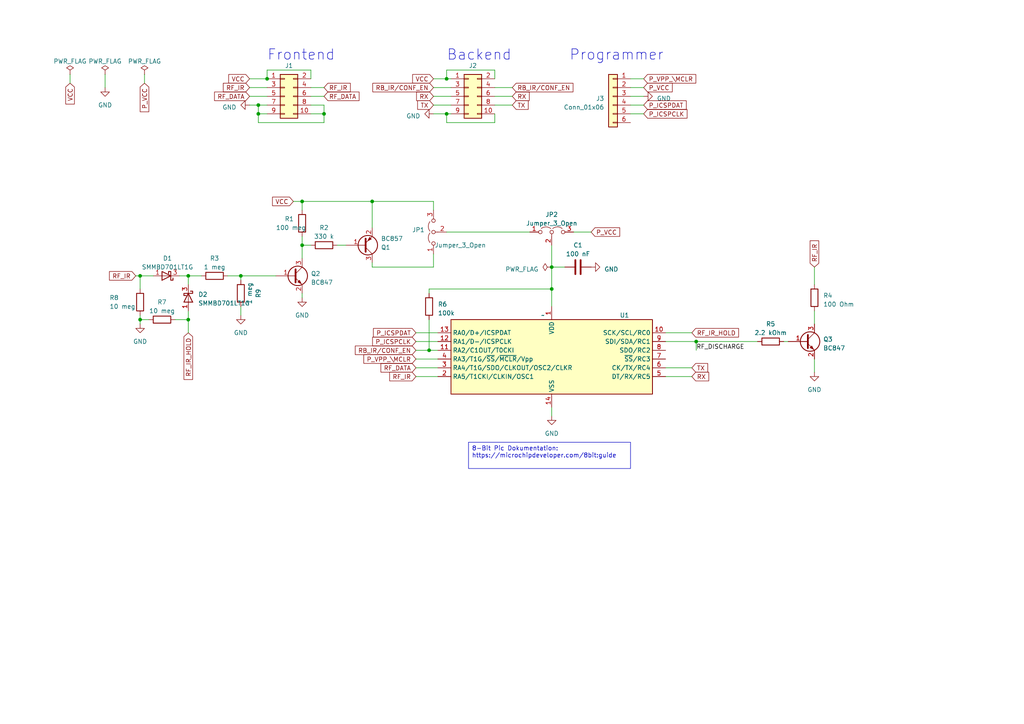
<source format=kicad_sch>
(kicad_sch (version 20230121) (generator eeschema)
  (paper "A4")
  (title_block (title "WUR Backend") (rev "v1.1"))
  (lib_symbols
    (symbol "Connector_Generic:Conn_01x06" (pin_names (offset 1.016) hide)
      (property "Reference" "J" (at 0 7.62 0))
      (property "Value" "Conn_01x06" (at 0 -10.16 0))
      (symbol "Conn_01x06_1_1"
        (rectangle (start -1.27 -7.493) (end 0 -7.747) (stroke (width 0.1524)))
        (rectangle (start -1.27 -4.953) (end 0 -5.207) (stroke (width 0.1524)))
        (rectangle (start -1.27 -2.413) (end 0 -2.667) (stroke (width 0.1524)))
        (rectangle (start -1.27 0.127) (end 0 -0.127) (stroke (width 0.1524)))
        (rectangle (start -1.27 2.667) (end 0 2.413) (stroke (width 0.1524)))
        (rectangle (start -1.27 5.207) (end 0 4.953) (stroke (width 0.1524)))
        (rectangle (start -1.27 6.35) (end 1.27 -8.89) (stroke (width 0.254)) (fill (type background)))
        (pin passive line (at -5.08 5.08 0) (length 3.81) (name "Pin_1") (number "1"))
        (pin passive line (at -5.08 2.54 0) (length 3.81) (name "Pin_2") (number "2"))
        (pin passive line (at -5.08 0 0) (length 3.81) (name "Pin_3") (number "3"))
        (pin passive line (at -5.08 -2.54 0) (length 3.81) (name "Pin_4") (number "4"))
        (pin passive line (at -5.08 -5.08 0) (length 3.81) (name "Pin_5") (number "5"))
        (pin passive line (at -5.08 -7.62 0) (length 3.81) (name "Pin_6") (number "6"))
      )
    )
    (symbol "Connector_Generic:Conn_02x05_Odd_Even" (pin_names (offset 1.016) hide)
      (property "Reference" "J" (at 1.27 7.62 0))
      (property "Value" "Conn_02x05_Odd_Even" (at 1.27 -7.62 0))
      (symbol "Conn_02x05_Odd_Even_1_1"
        (rectangle (start -1.27 -4.953) (end 0 -5.207) (stroke (width 0.1524)))
        (rectangle (start -1.27 -2.413) (end 0 -2.667) (stroke (width 0.1524)))
        (rectangle (start -1.27 0.127) (end 0 -0.127) (stroke (width 0.1524)))
        (rectangle (start -1.27 2.667) (end 0 2.413) (stroke (width 0.1524)))
        (rectangle (start -1.27 5.207) (end 0 4.953) (stroke (width 0.1524)))
        (rectangle (start -1.27 6.35) (end 3.81 -6.35) (stroke (width 0.254)) (fill (type background)))
        (rectangle (start 3.81 -4.953) (end 2.54 -5.207) (stroke (width 0.1524)))
        (rectangle (start 3.81 -2.413) (end 2.54 -2.667) (stroke (width 0.1524)))
        (rectangle (start 3.81 0.127) (end 2.54 -0.127) (stroke (width 0.1524)))
        (rectangle (start 3.81 2.667) (end 2.54 2.413) (stroke (width 0.1524)))
        (rectangle (start 3.81 5.207) (end 2.54 4.953) (stroke (width 0.1524)))
        (pin passive line (at -5.08 5.08 0) (length 3.81) (name "Pin_1") (number "1"))
        (pin passive line (at 7.62 -5.08 180) (length 3.81) (name "Pin_10") (number "10"))
        (pin passive line (at 7.62 5.08 180) (length 3.81) (name "Pin_2") (number "2"))
        (pin passive line (at -5.08 2.54 0) (length 3.81) (name "Pin_3") (number "3"))
        (pin passive line (at 7.62 2.54 180) (length 3.81) (name "Pin_4") (number "4"))
        (pin passive line (at -5.08 0 0) (length 3.81) (name "Pin_5") (number "5"))
        (pin passive line (at 7.62 0 180) (length 3.81) (name "Pin_6") (number "6"))
        (pin passive line (at -5.08 -2.54 0) (length 3.81) (name "Pin_7") (number "7"))
        (pin passive line (at 7.62 -2.54 180) (length 3.81) (name "Pin_8") (number "8"))
        (pin passive line (at -5.08 -5.08 0) (length 3.81) (name "Pin_9") (number "9"))
      )
    )
    (symbol "Device:C" (pin_numbers hide) (pin_names (offset 0.254))
      (property "Reference" "C" (at 0.635 2.54 0))
      (property "Value" "C" (at 0.635 -2.54 0))
      (symbol "C_0_1"
        (polyline (pts (xy -2.032 -0.762) (xy 2.032 -0.762)) (stroke (width 0.508)))
        (polyline (pts (xy -2.032 0.762) (xy 2.032 0.762)) (stroke (width 0.508)))
      )
      (symbol "C_1_1"
        (pin passive line (at 0 3.81 270) (length 2.794) (name "~") (number "1"))
        (pin passive line (at 0 -3.81 90) (length 2.794) (name "~") (number "2"))
      )
    )
    (symbol "Device:R" (pin_numbers hide) (pin_names (offset 0))
      (property "Reference" "R" (at 2.032 0 90))
      (property "Value" "R" (at 0 0 90))
      (symbol "R_0_1"
        (rectangle (start -1.016 -2.54) (end 1.016 2.54) (stroke (width 0.254)))
      )
      (symbol "R_1_1"
        (pin passive line (at 0 3.81 270) (length 1.27) (name "~") (number "1"))
        (pin passive line (at 0 -3.81 90) (length 1.27) (name "~") (number "2"))
      )
    )
    (symbol "Jumper:Jumper_3_Open" (pin_names (offset 0) hide)
      (property "Reference" "JP" (at -2.54 -2.54 0))
      (property "Value" "Jumper_3_Open" (at 0 2.794 0))
      (symbol "Jumper_3_Open_0_0"
        (circle (center -3.302 0) (radius 0.508))
        (circle (center 0 0) (radius 0.508))
        (circle (center 3.302 0) (radius 0.508))
      )
      (symbol "Jumper_3_Open_0_1"
        (arc (start -0.254 1.016) (mid -1.651 1.4992) (end -3.048 1.016))
        (polyline (pts (xy 0 -0.508) (xy 0 -1.27)))
        (arc (start 3.048 1.016) (mid 1.651 1.4992) (end 0.254 1.016))
      )
      (symbol "Jumper_3_Open_1_1"
        (pin passive line (at -6.35 0 0) (length 2.54) (name "A") (number "1"))
        (pin passive line (at 0 -3.81 90) (length 2.54) (name "C") (number "2"))
        (pin passive line (at 6.35 0 180) (length 2.54) (name "B") (number "3"))
      )
    )
    (symbol "Transistor_BJT:BC847" (pin_names (offset 0) hide)
      (property "Reference" "Q" (at 5.08 1.905 0))
      (property "Value" "BC847" (at 5.08 0 0))
      (symbol "BC847_0_1"
        (polyline (pts (xy 0.635 0.635) (xy 2.54 2.54)))
        (polyline (pts (xy 0.635 -0.635) (xy 2.54 -2.54) (xy 2.54 -2.54)))
        (polyline (pts (xy 0.635 1.905) (xy 0.635 -1.905) (xy 0.635 -1.905)) (stroke (width 0.508)))
        (polyline (pts (xy 1.27 -1.778) (xy 1.778 -1.27) (xy 2.286 -2.286) (xy 1.27 -1.778) (xy 1.27 -1.778)) (fill (type outline)))
        (circle (center 1.27 0) (radius 2.8194) (stroke (width 0.254)))
      )
      (symbol "BC847_1_1"
        (pin input line (at -5.08 0 0) (length 5.715) (name "B") (number "1"))
        (pin passive line (at 2.54 -5.08 90) (length 2.54) (name "E") (number "2"))
        (pin passive line (at 2.54 5.08 270) (length 2.54) (name "C") (number "3"))
      )
    )
    (symbol "Transistor_BJT:BC857" (pin_names (offset 0) hide)
      (property "Reference" "Q" (at 5.08 1.905 0))
      (property "Value" "BC857" (at 5.08 0 0))
      (symbol "BC857_0_1"
        (polyline (pts (xy 0.635 0.635) (xy 2.54 2.54)))
        (polyline (pts (xy 0.635 -0.635) (xy 2.54 -2.54) (xy 2.54 -2.54)))
        (polyline (pts (xy 0.635 1.905) (xy 0.635 -1.905) (xy 0.635 -1.905)) (stroke (width 0.508)))
        (polyline (pts (xy 2.286 -1.778) (xy 1.778 -2.286) (xy 1.27 -1.27) (xy 2.286 -1.778) (xy 2.286 -1.778)) (fill (type outline)))
        (circle (center 1.27 0) (radius 2.8194) (stroke (width 0.254)))
      )
      (symbol "BC857_1_1"
        (pin input line (at -5.08 0 0) (length 5.715) (name "B") (number "1"))
        (pin passive line (at 2.54 -5.08 90) (length 2.54) (name "E") (number "2"))
        (pin passive line (at 2.54 5.08 270) (length 2.54) (name "C") (number "3"))
      )
    )
    (symbol "power:GND" (power) (pin_names (offset 0))
      (property "Value" "GND" (at 0 -3.81 0))
      (symbol "GND_0_1"
        (polyline (pts (xy 0 0) (xy 0 -1.27) (xy 1.27 -1.27) (xy 0 -2.54) (xy -1.27 -1.27) (xy 0 -1.27)))
      )
      (symbol "GND_1_1"
        (pin power_in line (at 0 0 270) (length 0) hide (name "GND") (number "1"))
      )
    )
    (symbol "power:PWR_FLAG" (power) (pin_numbers hide) (pin_names (offset 0) hide)
      (property "Value" "PWR_FLAG" (at 0 3.81 0))
      (symbol "PWR_FLAG_0_0"
        (pin power_out line (at 0 0 90) (length 0) (name "pwr") (number "1"))
      )
      (symbol "PWR_FLAG_0_1"
        (polyline (pts (xy 0 0) (xy 0 1.27) (xy -1.016 1.905) (xy 0 2.54) (xy 1.016 1.905) (xy 0 1.27)))
      )
    )
    (symbol "wur:PIC16LF1823"
      (property "Reference" "U" (at 0 0 0))
      (symbol "PIC16LF1823_0_1"
        (rectangle (start -26.67 -1.27) (end 31.75 -22.86) (stroke (width 0.254)) (fill (type background)))
      )
      (symbol "PIC16LF1823_1_1"
        (pin power_in line (at 2.54 2.54 270) (length 3.81) (name "VDD") (number "1"))
        (pin bidirectional line (at 35.56 -5.08 180) (length 3.81) (name "SCK/SCL/RC0") (number "10"))
        (pin bidirectional line (at -30.48 -10.16 0) (length 3.81) (name "RA2/C1OUT/T0CKI") (number "11"))
        (pin bidirectional line (at -30.48 -7.62 0) (length 3.81) (name "RA1/D-/ICSPCLK") (number "12"))
        (pin bidirectional line (at -30.48 -5.08 0) (length 3.81) (name "RA0/D+/ICSPDAT") (number "13"))
        (pin power_in line (at 2.54 -26.67 90) (length 3.81) (name "VSS") (number "14"))
        (pin bidirectional line (at -30.48 -17.78 0) (length 3.81) (name "RA5/T1CKI/CLKIN/OSC1") (number "2"))
        (pin bidirectional line (at -30.48 -15.24 0) (length 3.81) (name "RA4/T1G/SDO/CLKOUT/OSC2/CLKR") (number "3"))
        (pin input line (at -30.48 -12.7 0) (length 3.81) (name "RA3/T1G/~{SS}/~{MCLR}/Vpp") (number "4"))
        (pin bidirectional line (at 35.56 -17.78 180) (length 3.81) (name "DT/RX/RC5") (number "5"))
        (pin bidirectional line (at 35.56 -15.24 180) (length 3.81) (name "CK/TX/RC4") (number "6"))
        (pin bidirectional line (at 35.56 -12.7 180) (length 3.81) (name "~{SS}/RC3") (number "7"))
        (pin bidirectional line (at 35.56 -10.16 180) (length 3.81) (name "SDO/RC2") (number "8"))
        (pin bidirectional line (at 35.56 -7.62 180) (length 3.81) (name "SDI/SDA/RC1") (number "9"))
      )
    )
    (symbol "wur:SMMBD701LT1G"
      (property "Reference" "D" (at 0 2.54 0))
      (property "Value" "SMMBD701LT1G" (at -1.27 5.08 0))
      (symbol "SMMBD701LT1G_0_1"
        (polyline (pts (xy 1.27 0) (xy -1.27 0)))
        (polyline (pts (xy 1.27 1.27) (xy 1.27 -1.27) (xy -1.27 0) (xy 1.27 1.27)) (stroke (width 0.254)))
        (polyline (pts (xy -1.905 0.635) (xy -1.905 1.27) (xy -1.27 1.27) (xy -1.27 -1.27) (xy -0.635 -1.27) (xy -0.635 -0.635)) (stroke (width 0.254)))
      )
      (symbol "SMMBD701LT1G_1_1"
        (pin passive line (at 3.81 0 180) (length 2.54) (name "~") (number "1"))
        (pin passive line (at -3.81 0 0) (length 2.54) (name "~") (number "3"))
      )
    )
  )
  (junction (at 160.02 77.47))
  (junction (at 54.61 80.01))
  (junction (at 40.64 80.01))
  (junction (at 69.85 80.01))
  (junction (at 54.61 92.71))
  (junction (at 129.54 22.86))
  (junction (at 87.63 71.12))
  (junction (at 107.95 58.42))
  (junction (at 74.93 30.48))
  (junction (at 40.64 92.71))
  (junction (at 74.93 33.02))
  (junction (at 201.93 99.06))
  (junction (at 87.63 58.42))
  (junction (at 124.46 101.6))
  (junction (at 160.02 83.82))
  (junction (at 93.98 33.02))
  (junction (at 77.47 22.86))
  (junction (at 129.54 33.02))
  (wire (pts (xy 39.37 80.01) (xy 40.64 80.01)))
  (wire (pts (xy 93.98 33.02) (xy 93.98 35.56)))
  (wire (pts (xy 129.54 22.86) (xy 129.54 20.32)))
  (wire (pts (xy 125.73 25.4) (xy 130.81 25.4)))
  (wire (pts (xy 160.02 83.82) (xy 160.02 88.9)))
  (wire (pts (xy 40.64 80.01) (xy 44.45 80.01)))
  (wire (pts (xy 129.54 33.02) (xy 130.81 33.02)))
  (wire (pts (xy 30.48 21.59) (xy 30.48 25.4)))
  (wire (pts (xy 40.64 91.44) (xy 40.64 92.71)))
  (wire (pts (xy 69.85 88.9) (xy 69.85 91.44)))
  (wire (pts (xy 54.61 90.17) (xy 54.61 92.71)))
  (wire (pts (xy 74.93 33.02) (xy 74.93 35.56)))
  (wire (pts (xy 93.98 35.56) (xy 74.93 35.56)))
  (wire (pts (xy 125.73 77.47) (xy 107.95 77.47)))
  (wire (pts (xy 107.95 66.04) (xy 107.95 58.42)))
  (wire (pts (xy 125.73 30.48) (xy 130.81 30.48)))
  (wire (pts (xy 193.04 109.22) (xy 200.66 109.22)))
  (wire (pts (xy 74.93 30.48) (xy 74.93 33.02)))
  (wire (pts (xy 124.46 92.71) (xy 124.46 101.6)))
  (wire (pts (xy 72.39 30.48) (xy 74.93 30.48)))
  (wire (pts (xy 143.51 20.32) (xy 143.51 22.86)))
  (wire (pts (xy 120.65 109.22) (xy 127 109.22)))
  (wire (pts (xy 40.64 92.71) (xy 40.64 93.98)))
  (wire (pts (xy 193.04 96.52) (xy 200.66 96.52)))
  (wire (pts (xy 97.79 71.12) (xy 100.33 71.12)))
  (wire (pts (xy 87.63 71.12) (xy 90.17 71.12)))
  (wire (pts (xy 54.61 92.71) (xy 54.61 96.52)))
  (wire (pts (xy 120.65 101.6) (xy 124.46 101.6)))
  (wire (pts (xy 182.88 30.48) (xy 186.69 30.48)))
  (wire (pts (xy 129.54 33.02) (xy 129.54 35.56)))
  (wire (pts (xy 90.17 30.48) (xy 93.98 30.48)))
  (wire (pts (xy 120.65 106.68) (xy 127 106.68)))
  (wire (pts (xy 72.39 22.86) (xy 77.47 22.86)))
  (wire (pts (xy 227.33 99.06) (xy 228.6 99.06)))
  (wire (pts (xy 124.46 83.82) (xy 124.46 85.09)))
  (wire (pts (xy 87.63 85.09) (xy 87.63 86.36)))
  (wire (pts (xy 193.04 106.68) (xy 200.66 106.68)))
  (wire (pts (xy 54.61 80.01) (xy 58.42 80.01)))
  (wire (pts (xy 87.63 68.58) (xy 87.63 71.12)))
  (wire (pts (xy 129.54 22.86) (xy 130.81 22.86)))
  (wire (pts (xy 160.02 120.65) (xy 160.02 118.11)))
  (wire (pts (xy 160.02 71.12) (xy 160.02 77.47)))
  (wire (pts (xy 143.51 35.56) (xy 129.54 35.56)))
  (wire (pts (xy 143.51 30.48) (xy 148.59 30.48)))
  (wire (pts (xy 124.46 101.6) (xy 127 101.6)))
  (wire (pts (xy 201.93 99.06) (xy 201.93 101.6)))
  (wire (pts (xy 182.88 27.94) (xy 186.69 27.94)))
  (wire (pts (xy 129.54 20.32) (xy 143.51 20.32)))
  (wire (pts (xy 77.47 33.02) (xy 74.93 33.02)))
  (wire (pts (xy 107.95 58.42) (xy 125.73 58.42)))
  (wire (pts (xy 40.64 92.71) (xy 43.18 92.71)))
  (wire (pts (xy 143.51 27.94) (xy 148.59 27.94)))
  (wire (pts (xy 54.61 80.01) (xy 54.61 82.55)))
  (wire (pts (xy 160.02 77.47) (xy 163.83 77.47)))
  (wire (pts (xy 87.63 71.12) (xy 87.63 74.93)))
  (wire (pts (xy 72.39 27.94) (xy 77.47 27.94)))
  (wire (pts (xy 66.04 80.01) (xy 69.85 80.01)))
  (wire (pts (xy 201.93 99.06) (xy 219.71 99.06)))
  (wire (pts (xy 52.07 80.01) (xy 54.61 80.01)))
  (wire (pts (xy 41.91 21.59) (xy 41.91 24.13)))
  (wire (pts (xy 40.64 80.01) (xy 40.64 83.82)))
  (wire (pts (xy 90.17 33.02) (xy 93.98 33.02)))
  (wire (pts (xy 77.47 22.86) (xy 77.47 20.32)))
  (wire (pts (xy 93.98 30.48) (xy 93.98 33.02)))
  (wire (pts (xy 125.73 22.86) (xy 129.54 22.86)))
  (wire (pts (xy 120.65 99.06) (xy 127 99.06)))
  (wire (pts (xy 120.65 104.14) (xy 127 104.14)))
  (wire (pts (xy 20.32 21.59) (xy 20.32 24.13)))
  (wire (pts (xy 74.93 30.48) (xy 77.47 30.48)))
  (wire (pts (xy 125.73 60.96) (xy 125.73 58.42)))
  (wire (pts (xy 236.22 90.17) (xy 236.22 93.98)))
  (wire (pts (xy 143.51 25.4) (xy 148.59 25.4)))
  (wire (pts (xy 143.51 33.02) (xy 143.51 35.56)))
  (wire (pts (xy 69.85 80.01) (xy 80.01 80.01)))
  (wire (pts (xy 69.85 80.01) (xy 69.85 81.28)))
  (wire (pts (xy 125.73 73.66) (xy 125.73 77.47)))
  (wire (pts (xy 72.39 25.4) (xy 77.47 25.4)))
  (wire (pts (xy 50.8 92.71) (xy 54.61 92.71)))
  (wire (pts (xy 77.47 20.32) (xy 90.17 20.32)))
  (wire (pts (xy 90.17 20.32) (xy 90.17 22.86)))
  (wire (pts (xy 87.63 58.42) (xy 87.63 60.96)))
  (wire (pts (xy 182.88 22.86) (xy 186.69 22.86)))
  (wire (pts (xy 125.73 27.94) (xy 130.81 27.94)))
  (wire (pts (xy 90.17 27.94) (xy 93.98 27.94)))
  (wire (pts (xy 87.63 58.42) (xy 107.95 58.42)))
  (wire (pts (xy 236.22 104.14) (xy 236.22 107.95)))
  (wire (pts (xy 125.73 33.02) (xy 129.54 33.02)))
  (wire (pts (xy 166.37 67.31) (xy 171.45 67.31)))
  (wire (pts (xy 90.17 25.4) (xy 93.98 25.4)))
  (wire (pts (xy 120.65 96.52) (xy 127 96.52)))
  (wire (pts (xy 182.88 33.02) (xy 186.69 33.02)))
  (wire (pts (xy 85.09 58.42) (xy 87.63 58.42)))
  (wire (pts (xy 129.54 67.31) (xy 153.67 67.31)))
  (wire (pts (xy 236.22 77.47) (xy 236.22 82.55)))
  (wire (pts (xy 107.95 76.2) (xy 107.95 77.47)))
  (wire (pts (xy 160.02 77.47) (xy 160.02 83.82)))
  (wire (pts (xy 124.46 83.82) (xy 160.02 83.82)))
  (wire (pts (xy 193.04 99.06) (xy 201.93 99.06)))
  (wire (pts (xy 182.88 25.4) (xy 186.69 25.4)))
  (text_box "8-Bit Pic Dokumentation:\nhttps://microchipdeveloper.com/8bit:guide" (at 135.89 128.27 0) (size 46.99 7.62) (effects (font (size 1.27 1.27)) (justify left top)))
  (text "Backend" (at 129.54 17.78 0) (effects (font (size 3 3)) (justify left bottom)))
  (text "Programmer" (at 165.1 17.78 0) (effects (font (size 3 3)) (justify left bottom)))
  (text "Frontend" (at 77.47 17.78 0) (effects (font (size 3 3)) (justify left bottom)))
  (label "RF_DISCHARGE" (at 201.93 101.6 0))
  (global_label "RB_IR{slash}CONF_EN" (shape input) (at 148.59 25.4 0) (property "Intersheetrefs" "${INTERSHEET_REFS}" (effects hide)))
  (global_label "TX" (shape input) (at 200.66 106.68 0) (property "Intersheetrefs" "${INTERSHEET_REFS}" (effects hide)))
  (global_label "P_ICSPDAT" (shape input) (at 186.69 30.48 0) (property "Intersheetrefs" "${INTERSHEET_REFS}" (effects hide)))
  (global_label "RF_DATA" (shape input) (at 72.39 27.94 180) (property "Intersheetrefs" "${INTERSHEET_REFS}" (effects hide)))
  (global_label "RF_DATA" (shape input) (at 93.98 27.94 0) (property "Intersheetrefs" "${INTERSHEET_REFS}" (effects hide)))
  (global_label "VCC" (shape input) (at 20.32 24.13 270) (property "Intersheetrefs" "${INTERSHEET_REFS}" (effects hide)))
  (global_label "RF_IR" (shape input) (at 236.22 77.47 90) (property "Intersheetrefs" "${INTERSHEET_REFS}" (effects hide)))
  (global_label "RB_IR{slash}CONF_EN" (shape input) (at 125.73 25.4 180) (property "Intersheetrefs" "${INTERSHEET_REFS}" (effects hide)))
  (global_label "VCC" (shape input) (at 72.39 22.86 180) (property "Intersheetrefs" "${INTERSHEET_REFS}" (effects hide)))
  (global_label "P_ICSPCLK" (shape input) (at 186.69 33.02 0) (property "Intersheetrefs" "${INTERSHEET_REFS}" (effects hide)))
  (global_label "RF_IR_HOLD" (shape input) (at 54.61 96.52 270) (property "Intersheetrefs" "${INTERSHEET_REFS}" (effects hide)))
  (global_label "RF_IR" (shape input) (at 93.98 25.4 0) (property "Intersheetrefs" "${INTERSHEET_REFS}" (effects hide)))
  (global_label "RF_DATA" (shape input) (at 120.65 106.68 180) (property "Intersheetrefs" "${INTERSHEET_REFS}" (effects hide)))
  (global_label "RX" (shape input) (at 148.59 27.94 0) (property "Intersheetrefs" "${INTERSHEET_REFS}" (effects hide)))
  (global_label "RF_IR_HOLD" (shape input) (at 200.66 96.52 0) (property "Intersheetrefs" "${INTERSHEET_REFS}" (effects hide)))
  (global_label "P_VCC" (shape input) (at 41.91 24.13 270) (property "Intersheetrefs" "${INTERSHEET_REFS}" (effects hide)))
  (global_label "RX" (shape input) (at 200.66 109.22 0) (property "Intersheetrefs" "${INTERSHEET_REFS}" (effects hide)))
  (global_label "RF_IR" (shape input) (at 120.65 109.22 180) (property "Intersheetrefs" "${INTERSHEET_REFS}" (effects hide)))
  (global_label "TX" (shape input) (at 125.73 30.48 180) (property "Intersheetrefs" "${INTERSHEET_REFS}" (effects hide)))
  (global_label "RF_IR" (shape input) (at 39.37 80.01 180) (property "Intersheetrefs" "${INTERSHEET_REFS}" (effects hide)))
  (global_label "VCC" (shape input) (at 85.09 58.42 180) (property "Intersheetrefs" "${INTERSHEET_REFS}" (effects hide)))
  (global_label "P_ICSPDAT" (shape input) (at 120.65 96.52 180) (property "Intersheetrefs" "${INTERSHEET_REFS}" (effects hide)))
  (global_label "RB_IR{slash}CONF_EN" (shape input) (at 120.65 101.6 180) (property "Intersheetrefs" "${INTERSHEET_REFS}" (effects hide)))
  (global_label "P_VPP_\\MCLR" (shape input) (at 186.69 22.86 0) (property "Intersheetrefs" "${INTERSHEET_REFS}" (effects hide)))
  (global_label "P_VCC" (shape input) (at 171.45 67.31 0) (property "Intersheetrefs" "${INTERSHEET_REFS}" (effects hide)))
  (global_label "TX" (shape input) (at 148.59 30.48 0) (property "Intersheetrefs" "${INTERSHEET_REFS}" (effects hide)))
  (global_label "RF_IR" (shape input) (at 72.39 25.4 180) (property "Intersheetrefs" "${INTERSHEET_REFS}" (effects hide)))
  (global_label "P_ICSPCLK" (shape input) (at 120.65 99.06 180) (property "Intersheetrefs" "${INTERSHEET_REFS}" (effects hide)))
  (global_label "RX" (shape input) (at 125.73 27.94 180) (property "Intersheetrefs" "${INTERSHEET_REFS}" (effects hide)))
  (global_label "VCC" (shape input) (at 125.73 22.86 180) (property "Intersheetrefs" "${INTERSHEET_REFS}" (effects hide)))
  (global_label "P_VPP_\\MCLR" (shape input) (at 120.65 104.14 180) (property "Intersheetrefs" "${INTERSHEET_REFS}" (effects hide)))
  (global_label "P_VCC" (shape input) (at 186.69 25.4 0) (property "Intersheetrefs" "${INTERSHEET_REFS}" (effects hide)))
  (symbol (lib_id "Device:R") (at 236.22 86.36 180) (unit 1)
    (property "Reference" "R4" (at 238.76 85.725 0) (effects (justify right)))
    (property "Value" "100 Ohm" (at 238.76 88.265 0) (effects (justify right)))
    (property "Footprint" "Resistor_SMD:R_0603_1608Metric_Pad0.98x0.95mm_HandSolder" (effects hide))
  )
  (symbol (lib_id "power:GND") (at 160.02 120.65 0) (unit 1)
    (property "Reference" "#PWR08" (effects hide))
    (property "Value" "GND" (at 160.02 125.73 0))
  )
  (symbol (lib_id "wur:SMMBD701LT1G") (at 48.26 80.01 180) (unit 1)
    (property "Reference" "D1" (at 48.5775 74.93 0))
    (property "Value" "SMMBD701LT1G" (at 48.5775 77.47 0))
    (property "Footprint" "Package_TO_SOT_SMD:SOT-23" (effects hide))
  )
  (symbol (lib_id "wur:SMMBD701LT1G") (at 54.61 86.36 270) (unit 1)
    (property "Reference" "D2" (at 57.5029 85.4075 90) (effects (justify left)))
    (property "Value" "SMMBD701LT1G" (at 57.5029 87.9475 90) (effects (justify left)))
    (property "Footprint" "Package_TO_SOT_SMD:SOT-23" (effects hide))
  )
  (symbol (lib_id "power:GND") (at 30.48 25.4 0) (unit 1)
    (property "Reference" "#PWR01" (effects hide))
    (property "Value" "GND" (at 30.48 30.48 0))
  )
  (symbol (lib_id "Device:R") (at 40.64 87.63 180) (unit 1)
    (property "Reference" "R8" (at 31.75 86.36 0) (effects (justify right)))
    (property "Value" "10 meg" (at 31.75 88.9 0) (effects (justify right)))
    (property "Footprint" "Resistor_SMD:R_0603_1608Metric_Pad0.98x0.95mm_HandSolder" (effects hide))
  )
  (symbol (lib_id "Device:R") (at 223.52 99.06 90) (unit 1)
    (property "Reference" "R5" (at 223.52 93.98 90))
    (property "Value" "2.2 kOhm" (at 223.52 96.52 90))
    (property "Footprint" "Resistor_SMD:R_0603_1608Metric_Pad0.98x0.95mm_HandSolder" (effects hide))
  )
  (symbol (lib_id "power:GND") (at 87.63 86.36 0) (unit 1)
    (property "Reference" "#PWR06" (effects hide))
    (property "Value" "GND" (at 87.63 91.44 0))
  )
  (symbol (lib_id "Device:R") (at 124.46 88.9 0) (unit 1)
    (property "Reference" "R6" (at 127 88.265 0) (effects (justify left)))
    (property "Value" "100k" (at 127 90.805 0) (effects (justify left)))
    (property "Footprint" "Resistor_SMD:R_0603_1608Metric_Pad0.98x0.95mm_HandSolder" (effects hide))
  )
  (symbol (lib_id "wur:PIC16LF1823") (at 157.48 91.44 0) (unit 1)
    (property "Reference" "U1" (at 179.7559 91.44 0) (effects (justify left)))
    (property "Value" "~" (at 157.48 91.44 0))
    (property "Footprint" "Package_DIP:DIP-14_W7.62mm_LongPads" (effects hide))
  )
  (symbol (lib_id "Jumper:Jumper_3_Open") (at 160.02 67.31 0) (unit 1)
    (property "Reference" "JP2" (at 160.02 62.23 0))
    (property "Value" "Jumper_3_Open" (at 160.02 64.77 0))
    (property "Footprint" "Connector_PinHeader_2.54mm:PinHeader_1x03_P2.54mm_Vertical" (effects hide))
  )
  (symbol (lib_id "power:GND") (at 171.45 77.47 90) (unit 1)
    (property "Reference" "#PWR05" (effects hide))
    (property "Value" "GND" (at 175.26 78.105 90) (effects (justify right)))
  )
  (symbol (lib_id "Transistor_BJT:BC847") (at 85.09 80.01 0) (unit 1)
    (property "Reference" "Q2" (at 90.17 79.375 0) (effects (justify left)))
    (property "Value" "BC847" (at 90.17 81.915 0) (effects (justify left)))
    (property "Footprint" "Package_TO_SOT_SMD:SOT-23" (effects hide))
    (property "Datasheet" "http://www.infineon.com/dgdl/Infineon-BC847SERIES_BC848SERIES_BC849SERIES_BC850SERIES-DS-v01_01-en.pdf?fileId=db3a304314dca389011541d4630a1657" (effects hide))
  )
  (symbol (lib_id "power:GND") (at 236.22 107.95 0) (unit 1)
    (property "Reference" "#PWR07" (effects hide))
    (property "Value" "GND" (at 236.22 113.03 0))
  )
  (symbol (lib_id "Transistor_BJT:BC857") (at 105.41 71.12 0) (mirror x) (unit 1)
    (property "Reference" "Q1" (at 110.49 71.755 0) (effects (justify left)))
    (property "Value" "BC857" (at 110.49 69.215 0) (effects (justify left)))
    (property "Footprint" "Package_TO_SOT_SMD:SOT-23" (effects hide))
    (property "Datasheet" "https://www.onsemi.com/pub/Collateral/BC860-D.pdf" (effects hide))
  )
  (symbol (lib_id "Device:R") (at 93.98 71.12 270) (unit 1)
    (property "Reference" "R2" (at 93.98 66.04 90))
    (property "Value" "330 k" (at 93.98 68.58 90))
    (property "Footprint" "Resistor_SMD:R_0603_1608Metric_Pad0.98x0.95mm_HandSolder" (effects hide))
  )
  (symbol (lib_id "power:GND") (at 125.73 33.02 270) (unit 1)
    (property "Reference" "#PWR04" (effects hide))
    (property "Value" "GND" (at 121.92 33.655 90) (effects (justify right)))
  )
  (symbol (lib_id "Transistor_BJT:BC847") (at 233.68 99.06 0) (unit 1)
    (property "Reference" "Q3" (at 238.76 98.425 0) (effects (justify left)))
    (property "Value" "BC847" (at 238.76 100.965 0) (effects (justify left)))
    (property "Footprint" "Package_TO_SOT_SMD:SOT-23" (effects hide))
    (property "Datasheet" "http://www.infineon.com/dgdl/Infineon-BC847SERIES_BC848SERIES_BC849SERIES_BC850SERIES-DS-v01_01-en.pdf?fileId=db3a304314dca389011541d4630a1657" (effects hide))
  )
  (symbol (lib_id "power:PWR_FLAG") (at 41.91 21.59 0) (unit 1)
    (property "Reference" "#FLG03" (effects hide))
    (property "Value" "PWR_FLAG" (at 41.91 17.78 0))
  )
  (symbol (lib_id "power:GND") (at 72.39 30.48 270) (unit 1)
    (property "Reference" "#PWR03" (effects hide))
    (property "Value" "GND" (at 68.58 31.115 90) (effects (justify right)))
  )
  (symbol (lib_id "Device:R") (at 62.23 80.01 270) (unit 1)
    (property "Reference" "R3" (at 62.23 74.93 90))
    (property "Value" "1 meg" (at 62.23 77.47 90))
    (property "Footprint" "Resistor_SMD:R_0603_1608Metric_Pad0.98x0.95mm_HandSolder" (effects hide))
  )
  (symbol (lib_id "power:GND") (at 186.69 27.94 90) (unit 1)
    (property "Reference" "#PWR02" (effects hide))
    (property "Value" "GND" (at 190.5 28.575 90) (effects (justify right)))
  )
  (symbol (lib_id "power:PWR_FLAG") (at 30.48 21.59 0) (unit 1)
    (property "Reference" "#FLG02" (effects hide))
    (property "Value" "PWR_FLAG" (at 30.48 17.78 0))
  )
  (symbol (lib_id "Device:C") (at 167.64 77.47 90) (unit 1)
    (property "Reference" "C1" (at 167.64 71.12 90))
    (property "Value" "100 nF" (at 167.64 73.66 90))
    (property "Footprint" "Capacitor_SMD:C_0603_1608Metric_Pad1.08x0.95mm_HandSolder" (effects hide))
  )
  (symbol (lib_id "Device:R") (at 87.63 64.77 0) (unit 1)
    (property "Reference" "R1" (at 82.55 63.5 0) (effects (justify left)))
    (property "Value" "100 meg" (at 80.01 66.04 0) (effects (justify left)))
    (property "Footprint" "Resistor_SMD:R_0603_1608Metric_Pad0.98x0.95mm_HandSolder" (effects hide))
  )
  (symbol (lib_id "Device:R") (at 46.99 92.71 270) (unit 1)
    (property "Reference" "R7" (at 46.99 87.63 90))
    (property "Value" "10 meg" (at 46.99 90.17 90))
    (property "Footprint" "Resistor_SMD:R_0603_1608Metric_Pad0.98x0.95mm_HandSolder" (effects hide))
  )
  (symbol (lib_id "Connector_Generic:Conn_02x05_Odd_Even") (at 135.89 27.94 0) (unit 1)
    (property "Reference" "J2" (at 137.16 19.05 0))
    (property "Value" "Conn_02x05_Odd_Even" (effects hide))
    (property "Footprint" "Connector_PinHeader_2.54mm:PinHeader_2x05_P2.54mm_Vertical" (effects hide))
  )
  (symbol (lib_id "Device:R") (at 69.85 85.09 180) (unit 1)
    (property "Reference" "R9" (at 74.93 85.09 90))
    (property "Value" "1 meg" (at 72.39 85.09 90))
    (property "Footprint" "Resistor_SMD:R_0603_1608Metric_Pad0.98x0.95mm_HandSolder" (effects hide))
  )
  (symbol (lib_id "power:GND") (at 40.64 93.98 0) (unit 1)
    (property "Reference" "#PWR09" (effects hide))
    (property "Value" "GND" (at 40.64 99.06 0))
  )
  (symbol (lib_id "power:PWR_FLAG") (at 20.32 21.59 0) (unit 1)
    (property "Reference" "#FLG01" (effects hide))
    (property "Value" "PWR_FLAG" (at 20.32 17.78 0))
  )
  (symbol (lib_id "power:GND") (at 69.85 91.44 0) (unit 1)
    (property "Reference" "#PWR010" (effects hide))
    (property "Value" "GND" (at 69.85 96.52 0))
  )
  (symbol (lib_id "Connector_Generic:Conn_02x05_Odd_Even") (at 82.55 27.94 0) (unit 1)
    (property "Reference" "J1" (at 83.82 19.05 0))
    (property "Value" "Conn_02x05_Odd_Even" (effects hide))
    (property "Footprint" "Connector_PinHeader_2.54mm:PinHeader_2x05_P2.54mm_Vertical" (effects hide))
  )
  (symbol (lib_id "Connector_Generic:Conn_01x06") (at 177.8 27.94 0) (mirror y) (unit 1)
    (property "Reference" "J3" (at 175.26 28.575 0) (effects (justify left)))
    (property "Value" "Conn_01x06" (at 175.26 31.115 0) (effects (justify left)))
    (property "Footprint" "Connector_PinHeader_2.54mm:PinHeader_1x06_P2.54mm_Vertical" (effects hide))
  )
  (symbol (lib_id "power:PWR_FLAG") (at 160.02 77.47 90) (unit 1)
    (property "Reference" "#FLG04" (effects hide))
    (property "Value" "PWR_FLAG" (at 156.21 78.105 90) (effects (justify left)))
  )
  (symbol (lib_id "Jumper:Jumper_3_Open") (at 125.73 67.31 90) (unit 1)
    (property "Reference" "JP1" (at 123.19 66.675 90) (effects (justify left)))
    (property "Value" "Jumper_3_Open" (at 140.97 71.12 90) (effects (justify left)))
    (property "Footprint" "Connector_PinHeader_2.54mm:PinHeader_1x03_P2.54mm_Vertical" (effects hide))
  )
)
</source>
